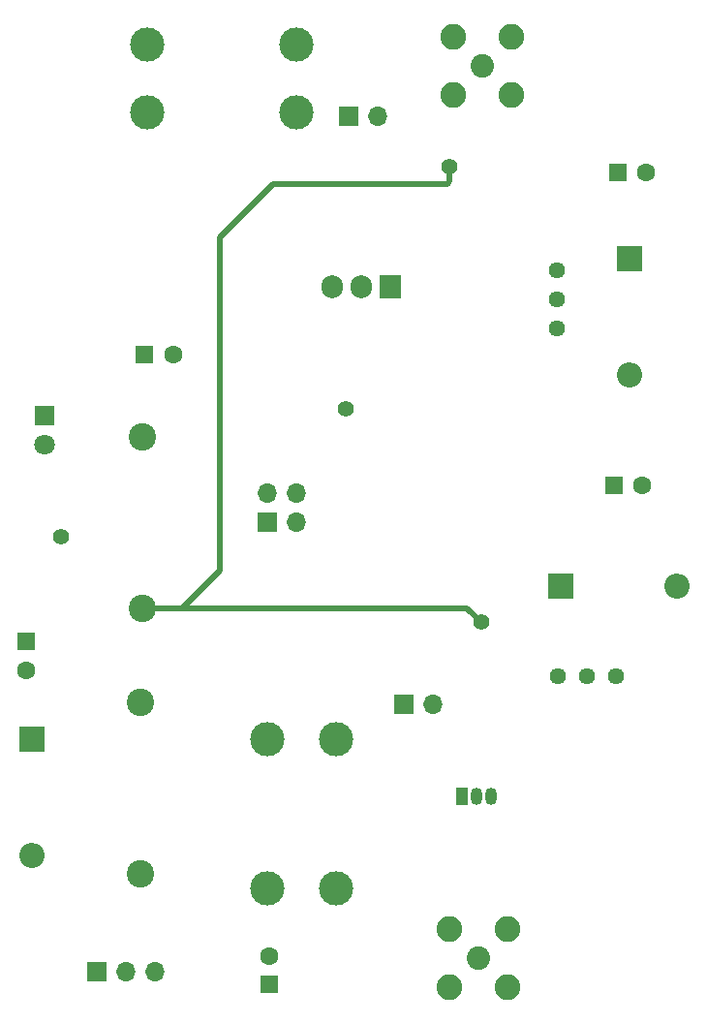
<source format=gbr>
%TF.GenerationSoftware,KiCad,Pcbnew,(6.0.7)*%
%TF.CreationDate,2023-01-12T16:49:01-05:00*%
%TF.ProjectId,Phoenix612_Stage_3_PA_Testing_v1,50686f65-6e69-4783-9631-325f53746167,rev?*%
%TF.SameCoordinates,Original*%
%TF.FileFunction,Copper,L2,Bot*%
%TF.FilePolarity,Positive*%
%FSLAX46Y46*%
G04 Gerber Fmt 4.6, Leading zero omitted, Abs format (unit mm)*
G04 Created by KiCad (PCBNEW (6.0.7)) date 2023-01-12 16:49:01*
%MOMM*%
%LPD*%
G01*
G04 APERTURE LIST*
%TA.AperFunction,ComponentPad*%
%ADD10C,2.250000*%
%TD*%
%TA.AperFunction,ComponentPad*%
%ADD11C,2.050000*%
%TD*%
%TA.AperFunction,ComponentPad*%
%ADD12C,2.400000*%
%TD*%
%TA.AperFunction,ComponentPad*%
%ADD13O,2.200000X2.200000*%
%TD*%
%TA.AperFunction,ComponentPad*%
%ADD14R,2.200000X2.200000*%
%TD*%
%TA.AperFunction,ComponentPad*%
%ADD15O,1.050000X1.500000*%
%TD*%
%TA.AperFunction,ComponentPad*%
%ADD16R,1.050000X1.500000*%
%TD*%
%TA.AperFunction,ComponentPad*%
%ADD17C,1.600000*%
%TD*%
%TA.AperFunction,ComponentPad*%
%ADD18R,1.600000X1.600000*%
%TD*%
%TA.AperFunction,ComponentPad*%
%ADD19C,1.800000*%
%TD*%
%TA.AperFunction,ComponentPad*%
%ADD20R,1.800000X1.800000*%
%TD*%
%TA.AperFunction,ComponentPad*%
%ADD21C,1.400000*%
%TD*%
%TA.AperFunction,ComponentPad*%
%ADD22O,1.905000X2.000000*%
%TD*%
%TA.AperFunction,ComponentPad*%
%ADD23R,1.905000X2.000000*%
%TD*%
%TA.AperFunction,ComponentPad*%
%ADD24C,1.440000*%
%TD*%
%TA.AperFunction,ComponentPad*%
%ADD25O,1.700000X1.700000*%
%TD*%
%TA.AperFunction,ComponentPad*%
%ADD26R,1.700000X1.700000*%
%TD*%
%TA.AperFunction,ComponentPad*%
%ADD27C,3.000000*%
%TD*%
%TA.AperFunction,Conductor*%
%ADD28C,0.500000*%
%TD*%
G04 APERTURE END LIST*
D10*
%TO.P,J4,2,Ext*%
%TO.N,GND*%
X124333000Y-42672000D03*
X124333000Y-37592000D03*
X119253000Y-42672000D03*
X119253000Y-37592000D03*
D11*
%TO.P,J4,1,In*%
%TO.N,Net-(C18-Pad2)*%
X121793000Y-40132000D03*
%TD*%
D12*
%TO.P,L2,2,2*%
%TO.N,M2_12V*%
X92075000Y-72560800D03*
%TO.P,L2,1,1*%
%TO.N,TX12V*%
X92075000Y-87560800D03*
%TD*%
D13*
%TO.P,D1,2,A*%
%TO.N,GND*%
X138887200Y-85598000D03*
D14*
%TO.P,D1,1,K*%
%TO.N,Net-(C4-Pad1)*%
X128727200Y-85598000D03*
%TD*%
D15*
%TO.P,Q1,3,S*%
%TO.N,GND*%
X122631200Y-103992000D03*
%TO.P,Q1,2,G*%
%TO.N,Net-(C2-Pad2)*%
X121361200Y-103992000D03*
D16*
%TO.P,Q1,1,D*%
%TO.N,Net-(J2-Pad2)*%
X120091200Y-103992000D03*
%TD*%
D17*
%TO.P,C17,2*%
%TO.N,GND*%
X136154800Y-49453800D03*
D18*
%TO.P,C17,1*%
%TO.N,Net-(C14-Pad1)*%
X133654800Y-49453800D03*
%TD*%
D10*
%TO.P,J1,2,Ext*%
%TO.N,GND*%
X118922800Y-115544600D03*
X124002800Y-120624600D03*
X124002800Y-115544600D03*
X118922800Y-120624600D03*
D11*
%TO.P,J1,1,In*%
%TO.N,Net-(C2-Pad1)*%
X121462800Y-118084600D03*
%TD*%
D12*
%TO.P,L1,2,2*%
%TO.N,M1_12V*%
X91922600Y-110758000D03*
%TO.P,L1,1,1*%
%TO.N,TX12V*%
X91922600Y-95758000D03*
%TD*%
D19*
%TO.P,D4,2,A*%
%TO.N,TX12V*%
X83591400Y-73248600D03*
D20*
%TO.P,D4,1,K*%
%TO.N,Net-(D4-Pad1)*%
X83591400Y-70708600D03*
%TD*%
D21*
%TO.P,TP1,1,1*%
%TO.N,TX12V*%
X121716800Y-88773000D03*
%TD*%
D17*
%TO.P,C6,2*%
%TO.N,GND*%
X135840349Y-76784200D03*
D18*
%TO.P,C6,1*%
%TO.N,Net-(C4-Pad1)*%
X133340349Y-76784200D03*
%TD*%
D22*
%TO.P,Q2,3*%
%TO.N,Net-(J3-Pad2)*%
X108737400Y-59486800D03*
%TO.P,Q2,2*%
%TO.N,GND*%
X111277400Y-59486800D03*
D23*
%TO.P,Q2,1*%
%TO.N,Net-(Q2-Pad1)*%
X113817400Y-59486800D03*
%TD*%
D24*
%TO.P,RV2,3,3*%
%TO.N,Net-(C14-Pad1)*%
X128346200Y-58023600D03*
%TO.P,RV2,2,2*%
%TO.N,Net-(C10-Pad1)*%
X128346200Y-60563600D03*
%TO.P,RV2,1,1*%
%TO.N,GND*%
X128346200Y-63103600D03*
%TD*%
D25*
%TO.P,J5,3,Pin_3*%
%TO.N,GND*%
X93243400Y-119303800D03*
%TO.P,J5,2,Pin_2*%
%TO.N,Net-(D3-Pad2)*%
X90703400Y-119303800D03*
D26*
%TO.P,J5,1,Pin_1*%
%TO.N,GND*%
X88163400Y-119303800D03*
%TD*%
D21*
%TO.P,TP4,1,1*%
%TO.N,Net-(Q2-Pad1)*%
X109905800Y-70129400D03*
%TD*%
D25*
%TO.P,J6,4,Pin_4*%
%TO.N,Net-(J6-Pad3)*%
X105557400Y-77449600D03*
%TO.P,J6,3,Pin_3*%
X105557400Y-79989600D03*
%TO.P,J6,2,Pin_2*%
%TO.N,Net-(J6-Pad2)*%
X103017400Y-77449600D03*
D26*
%TO.P,J6,1,Pin_1*%
%TO.N,Net-(C8-Pad2)*%
X103017400Y-79989600D03*
%TD*%
D21*
%TO.P,TP2,1,1*%
%TO.N,TX12V*%
X118973600Y-48971200D03*
%TD*%
D13*
%TO.P,D2,2,A*%
%TO.N,GND*%
X134696200Y-67183000D03*
D14*
%TO.P,D2,1,K*%
%TO.N,Net-(C14-Pad1)*%
X134696200Y-57023000D03*
%TD*%
D25*
%TO.P,J3,2,Pin_2*%
%TO.N,Net-(J3-Pad2)*%
X112669400Y-44577000D03*
D26*
%TO.P,J3,1,Pin_1*%
%TO.N,Net-(J3-Pad1)*%
X110129400Y-44577000D03*
%TD*%
D24*
%TO.P,RV1,3,3*%
%TO.N,Net-(C4-Pad1)*%
X128473200Y-93446600D03*
%TO.P,RV1,2,2*%
%TO.N,Net-(C1-Pad1)*%
X131013200Y-93446600D03*
%TO.P,RV1,1,1*%
%TO.N,GND*%
X133553200Y-93446600D03*
%TD*%
D13*
%TO.P,D3,2,A*%
%TO.N,Net-(D3-Pad2)*%
X82423000Y-109118400D03*
D14*
%TO.P,D3,1,K*%
%TO.N,TX12V*%
X82423000Y-98958400D03*
%TD*%
D21*
%TO.P,TP3,1,1*%
%TO.N,TX12V*%
X85013800Y-81254600D03*
%TD*%
D27*
%TO.P,T2,4,SA*%
%TO.N,Net-(C18-Pad1)*%
X105534600Y-38249600D03*
%TO.P,T2,3,SB*%
%TO.N,GND*%
X92534600Y-38249600D03*
%TO.P,T2,2,AB*%
%TO.N,Net-(J3-Pad1)*%
X105534600Y-44249600D03*
%TO.P,T2,1,AA*%
%TO.N,M2_12V*%
X92534600Y-44249600D03*
%TD*%
%TO.P,T1,4,SA*%
%TO.N,Net-(C8-Pad1)*%
X103045000Y-99011600D03*
%TO.P,T1,3,SB*%
%TO.N,GND*%
X103045000Y-112011600D03*
%TO.P,T1,2,AB*%
%TO.N,Net-(J2-Pad1)*%
X109045000Y-99011600D03*
%TO.P,T1,1,AA*%
%TO.N,M1_12V*%
X109045000Y-112011600D03*
%TD*%
D17*
%TO.P,C5,2*%
%TO.N,GND*%
X81940400Y-92939749D03*
D18*
%TO.P,C5,1*%
%TO.N,TX12V*%
X81940400Y-90439749D03*
%TD*%
D25*
%TO.P,J2,2,Pin_2*%
%TO.N,Net-(J2-Pad2)*%
X117495400Y-95961200D03*
D26*
%TO.P,J2,1,Pin_1*%
%TO.N,Net-(J2-Pad1)*%
X114955400Y-95961200D03*
%TD*%
D17*
%TO.P,C12,2*%
%TO.N,GND*%
X103225600Y-117931051D03*
D18*
%TO.P,C12,1*%
%TO.N,M1_12V*%
X103225600Y-120431051D03*
%TD*%
D17*
%TO.P,C16,2*%
%TO.N,GND*%
X94793949Y-65405000D03*
D18*
%TO.P,C16,1*%
%TO.N,M2_12V*%
X92293949Y-65405000D03*
%TD*%
D28*
%TO.N,TX12V*%
X118770400Y-50444400D02*
X118973600Y-50241200D01*
X103555800Y-50444400D02*
X118770400Y-50444400D01*
X118973600Y-50241200D02*
X118973600Y-48971200D01*
X120504600Y-87560800D02*
X121716800Y-88773000D01*
X92075000Y-87560800D02*
X120504600Y-87560800D01*
X95573200Y-87560800D02*
X98856800Y-84277200D01*
X98856800Y-84277200D02*
X98856800Y-55143400D01*
X92075000Y-87560800D02*
X95573200Y-87560800D01*
X98856800Y-55143400D02*
X103555800Y-50444400D01*
%TD*%
M02*

</source>
